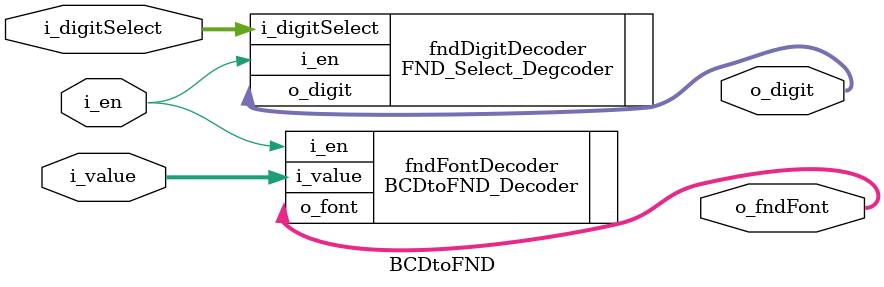
<source format=v>
`timescale 1ns / 1ps

module BCDtoFND(
    input [1:0] i_digitSelect,
    input [3:0] i_value,
    input i_en,
    output [3:0] o_digit,
    output [7:0] o_fndFont
    );
    
    wire [3:0] w_sum;

    FND_Select_Degcoder fndDigitDecoder(
    .i_digitSelect(i_digitSelect),
    .i_en(i_en),
    .o_digit(o_digit)
    );

    BCDtoFND_Decoder fndFontDecoder(
    .i_value(i_value),
    .i_en(i_en),
    .o_font(o_fndFont)
    );

endmodule

</source>
